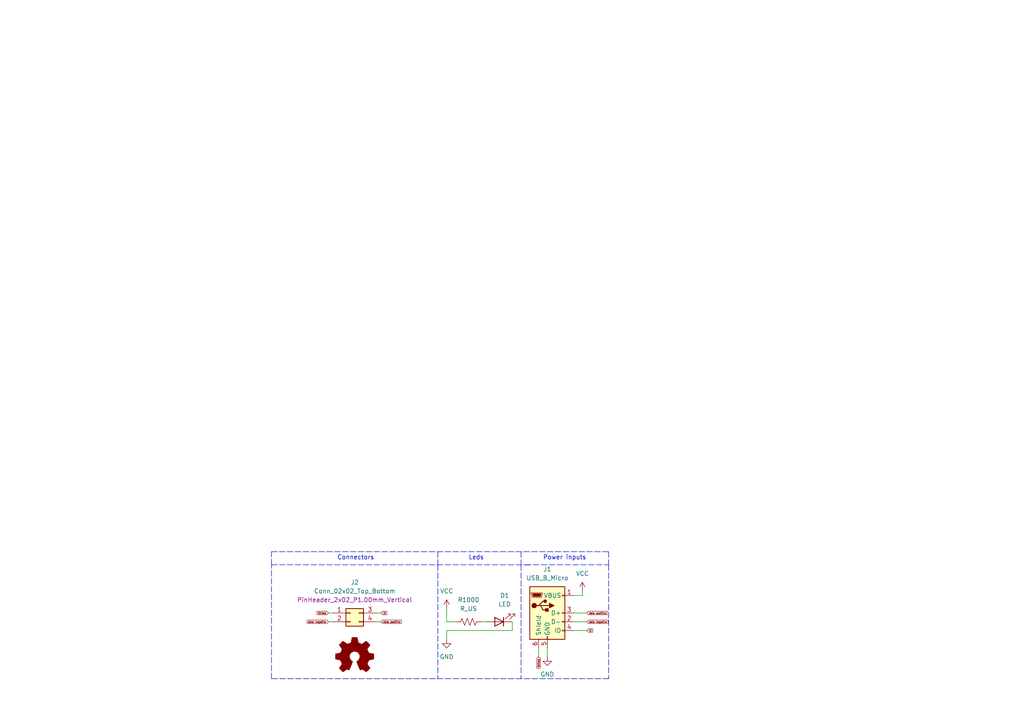
<source format=kicad_sch>
(kicad_sch (version 20211123) (generator eeschema)
  (paper "A4")
  (lib_symbols
    (symbol "Connector:USB_B_Micro" (pin_names (offset 1.016))
      (property "Reference" "J" (at -5.08 11.43 0))
      (property "Value" "USB_B_Micro" (at -5.08 8.89 0))
      (symbol "USB_B_Micro_0_1"
        (rectangle (start -5.08 -7.62) (end 5.08 7.62) (stroke (width 0.254)) (fill (type background)))
        (circle (center -3.81 2.159) (radius 0.635) (stroke (width 0.254)) (fill (type outline)))
        (circle (center -0.635 3.429) (radius 0.381) (stroke (width 0.254)) (fill (type outline)))
        (rectangle (start -0.127 -7.62) (end 0.127 -6.858))
        (polyline (pts (xy -1.905 2.159) (xy 0.635 2.159)) (stroke (width 0.254)))
        (polyline (pts (xy -3.175 2.159) (xy -2.54 2.159) (xy -1.27 3.429) (xy -0.635 3.429)) (stroke (width 0.254)))
        (polyline (pts (xy -2.54 2.159) (xy -1.905 2.159) (xy -1.27 0.889) (xy 0 0.889)) (stroke (width 0.254)))
        (polyline (pts (xy 0.635 2.794) (xy 0.635 1.524) (xy 1.905 2.159) (xy 0.635 2.794)) (stroke (width 0.254)) (fill (type outline)))
        (polyline (pts (xy -4.318 5.588) (xy -1.778 5.588) (xy -2.032 4.826) (xy -4.064 4.826) (xy -4.318 5.588)) (fill (type outline)))
        (polyline (pts (xy -4.699 5.842) (xy -4.699 5.588) (xy -4.445 4.826) (xy -4.445 4.572) (xy -1.651 4.572) (xy -1.651 4.826) (xy -1.397 5.588) (xy -1.397 5.842) (xy -4.699 5.842)))
        (rectangle (start 0.254 1.27) (end -0.508 0.508) (stroke (width 0.254)) (fill (type outline)))
        (rectangle (start 5.08 -5.207) (end 4.318 -4.953))
        (rectangle (start 5.08 -2.667) (end 4.318 -2.413))
        (rectangle (start 5.08 -0.127) (end 4.318 0.127))
        (rectangle (start 5.08 4.953) (end 4.318 5.207))
      )
      (symbol "USB_B_Micro_1_1"
        (pin power_out line (at 7.62 5.08 180) (length 2.54) (name "VBUS") (number "1"))
        (pin bidirectional line (at 7.62 -2.54 180) (length 2.54) (name "D-") (number "2"))
        (pin bidirectional line (at 7.62 0 180) (length 2.54) (name "D+") (number "3"))
        (pin passive line (at 7.62 -5.08 180) (length 2.54) (name "ID") (number "4"))
        (pin power_out line (at 0 -10.16 90) (length 2.54) (name "GND") (number "5"))
        (pin passive line (at -2.54 -10.16 90) (length 2.54) (name "Shield") (number "6"))
      )
    )
    (symbol "Connector_Generic:Conn_02x02_Top_Bottom" (pin_names (offset 1.016) hide)
      (property "Reference" "J" (at 1.27 2.54 0))
      (property "Value" "Conn_02x02_Top_Bottom" (at 1.27 -5.08 0))
      (symbol "Conn_02x02_Top_Bottom_1_1"
        (rectangle (start -1.27 -2.413) (end 0 -2.667) (stroke (width 0.1524)))
        (rectangle (start -1.27 0.127) (end 0 -0.127) (stroke (width 0.1524)))
        (rectangle (start -1.27 1.27) (end 3.81 -3.81) (stroke (width 0.254)) (fill (type background)))
        (rectangle (start 3.81 -2.413) (end 2.54 -2.667) (stroke (width 0.1524)))
        (rectangle (start 3.81 0.127) (end 2.54 -0.127) (stroke (width 0.1524)))
        (pin passive line (at -5.08 0 0) (length 3.81) (name "Pin_1") (number "1"))
        (pin passive line (at -5.08 -2.54 0) (length 3.81) (name "Pin_2") (number "2"))
        (pin passive line (at 7.62 0 180) (length 3.81) (name "Pin_3") (number "3"))
        (pin passive line (at 7.62 -2.54 180) (length 3.81) (name "Pin_4") (number "4"))
      )
    )
    (symbol "Device:LED" (pin_numbers hide) (pin_names (offset 1.016) hide)
      (property "Reference" "D" (at 0 2.54 0))
      (property "Value" "LED" (at 0 -2.54 0))
      (symbol "LED_0_1"
        (polyline (pts (xy -1.27 -1.27) (xy -1.27 1.27)) (stroke (width 0.254)))
        (polyline (pts (xy -1.27 0) (xy 1.27 0)))
        (polyline (pts (xy 1.27 -1.27) (xy 1.27 1.27) (xy -1.27 0) (xy 1.27 -1.27)) (stroke (width 0.254)))
        (polyline (pts (xy -3.048 -0.762) (xy -4.572 -2.286) (xy -3.81 -2.286) (xy -4.572 -2.286) (xy -4.572 -1.524)))
        (polyline (pts (xy -1.778 -0.762) (xy -3.302 -2.286) (xy -2.54 -2.286) (xy -3.302 -2.286) (xy -3.302 -1.524)))
      )
      (symbol "LED_1_1"
        (pin passive line (at -3.81 0 0) (length 2.54) (name "K") (number "1"))
        (pin passive line (at 3.81 0 180) (length 2.54) (name "A") (number "2"))
      )
    )
    (symbol "Device:R_US" (pin_numbers hide) (pin_names (offset 0))
      (property "Reference" "R" (at 2.54 0 90))
      (property "Value" "R_US" (at -2.54 0 90))
      (symbol "R_US_0_1"
        (polyline (pts (xy 0 -2.286) (xy 0 -2.54)))
        (polyline (pts (xy 0 2.286) (xy 0 2.54)))
        (polyline (pts (xy 0 -0.762) (xy 1.016 -1.143) (xy 0 -1.524) (xy -1.016 -1.905) (xy 0 -2.286)))
        (polyline (pts (xy 0 0.762) (xy 1.016 0.381) (xy 0 0) (xy -1.016 -0.381) (xy 0 -0.762)))
        (polyline (pts (xy 0 2.286) (xy 1.016 1.905) (xy 0 1.524) (xy -1.016 1.143) (xy 0 0.762)))
      )
      (symbol "R_US_1_1"
        (pin passive line (at 0 3.81 270) (length 1.27) (name "~") (number "1"))
        (pin passive line (at 0 -3.81 90) (length 1.27) (name "~") (number "2"))
      )
    )
    (symbol "Graphic:Logo_Open_Hardware_Small" (pin_names (offset 1.016))
      (symbol "Logo_Open_Hardware_Small_0_1"
        (polyline (pts (xy 3.3528 -4.3434) (xy 3.302 -4.318) (xy 3.175 -4.2418) (xy 2.9972 -4.1148) (xy 2.7686 -3.9624) (xy 2.54 -3.81) (xy 2.3622 -3.7084) (xy 2.2352 -3.6068) (xy 2.1844 -3.5814) (xy 2.159 -3.6068) (xy 2.0574 -3.6576) (xy 1.905 -3.7338) (xy 1.8034 -3.7846) (xy 1.6764 -3.8354) (xy 1.6002 -3.8354) (xy 1.6002 -3.8354) (xy 1.5494 -3.7338) (xy 1.4732 -3.5306) (xy 1.3462 -3.302) (xy 1.2446 -3.0226) (xy 1.1176 -2.7178) (xy 0.9652 -2.413) (xy 0.8636 -2.1082) (xy 0.7366 -1.8288) (xy 0.6604 -1.6256) (xy 0.6096 -1.4732) (xy 0.5842 -1.397) (xy 0.5842 -1.397) (xy 0.6604 -1.3208) (xy 0.7874 -1.2446) (xy 1.0414 -1.016) (xy 1.2954 -0.6858) (xy 1.4478 -0.3302) (xy 1.524 0.0762) (xy 1.4732 0.4572) (xy 1.3208 0.8128) (xy 1.0668 1.143) (xy 0.762 1.3716) (xy 0.4064 1.524) (xy 0 1.5748) (xy -0.381 1.5494) (xy -0.7366 1.397) (xy -1.0668 1.143) (xy -1.2192 0.9906) (xy -1.397 0.6604) (xy -1.524 0.3048) (xy -1.524 0.2286) (xy -1.4986 -0.1778) (xy -1.397 -0.5334) (xy -1.1938 -0.8636) (xy -0.9144 -1.143) (xy -0.8636 -1.1684) (xy -0.7366 -1.27) (xy -0.635 -1.3462) (xy -0.5842 -1.397) (xy -1.0668 -2.5908) (xy -1.143 -2.794) (xy -1.2954 -3.1242) (xy -1.397 -3.4036) (xy -1.4986 -3.6322) (xy -1.5748 -3.7846) (xy -1.6002 -3.8354) (xy -1.6002 -3.8354) (xy -1.651 -3.8354) (xy -1.7272 -3.81) (xy -1.905 -3.7338) (xy -2.0066 -3.683) (xy -2.1336 -3.6068) (xy -2.2098 -3.5814) (xy -2.2606 -3.6068) (xy -2.3622 -3.683) (xy -2.54 -3.81) (xy -2.7686 -3.9624) (xy -2.9718 -4.0894) (xy -3.1496 -4.2164) (xy -3.302 -4.318) (xy -3.3528 -4.3434) (xy -3.3782 -4.3434) (xy -3.429 -4.318) (xy -3.5306 -4.2164) (xy -3.7084 -4.064) (xy -3.937 -3.8354) (xy -3.9624 -3.81) (xy -4.1656 -3.6068) (xy -4.318 -3.4544) (xy -4.4196 -3.3274) (xy -4.445 -3.2766) (xy -4.445 -3.2766) (xy -4.4196 -3.2258) (xy -4.318 -3.0734) (xy -4.2164 -2.8956) (xy -4.064 -2.667) (xy -3.6576 -2.0828) (xy -3.8862 -1.5494) (xy -3.937 -1.3716) (xy -4.0386 -1.1684) (xy -4.0894 -1.0414) (xy -4.1148 -0.9652) (xy -4.191 -0.9398) (xy -4.318 -0.9144) (xy -4.5466 -0.8636) (xy -4.8006 -0.8128) (xy -5.0546 -0.7874) (xy -5.2578 -0.7366) (xy -5.4356 -0.7112) (xy -5.5118 -0.6858) (xy -5.5118 -0.6858) (xy -5.5372 -0.635) (xy -5.5372 -0.5588) (xy -5.5372 -0.4318) (xy -5.5626 -0.2286) (xy -5.5626 0.0762) (xy -5.5626 0.127) (xy -5.5372 0.4064) (xy -5.5372 0.635) (xy -5.5372 0.762) (xy -5.5372 0.8382) (xy -5.5372 0.8382) (xy -5.461 0.8382) (xy -5.3086 0.889) (xy -5.08 0.9144) (xy -4.826 0.9652) (xy -4.8006 0.9906) (xy -4.5466 1.0414) (xy -4.318 1.0668) (xy -4.1656 1.1176) (xy -4.0894 1.143) (xy -4.0894 1.143) (xy -4.0386 1.2446) (xy -3.9624 1.4224) (xy -3.8608 1.6256) (xy -3.7846 1.8288) (xy -3.7084 2.0066) (xy -3.6576 2.159) (xy -3.6322 2.2098) (xy -3.6322 2.2098) (xy -3.683 2.286) (xy -3.7592 2.413) (xy -3.8862 2.5908) (xy -4.064 2.8194) (xy -4.064 2.8448) (xy -4.2164 3.0734) (xy -4.3434 3.2512) (xy -4.4196 3.3782) (xy -4.445 3.4544) (xy -4.445 3.4544) (xy -4.3942 3.5052) (xy -4.2926 3.6322) (xy -4.1148 3.81) (xy -3.937 4.0132) (xy -3.8608 4.064) (xy -3.6576 4.2926) (xy -3.5052 4.4196) (xy -3.4036 4.4958) (xy -3.3528 4.5212) (xy -3.3528 4.5212) (xy -3.302 4.4704) (xy -3.1496 4.3688) (xy -2.9718 4.2418) (xy -2.7432 4.0894) (xy -2.7178 4.0894) (xy -2.4892 3.937) (xy -2.3114 3.81) (xy -2.1844 3.7084) (xy -2.1336 3.683) (xy -2.1082 3.683) (xy -2.032 3.7084) (xy -1.8542 3.7592) (xy -1.6764 3.8354) (xy -1.4732 3.937) (xy -1.27 4.0132) (xy -1.143 4.064) (xy -1.0668 4.1148) (xy -1.0668 4.1148) (xy -1.0414 4.191) (xy -1.016 4.3434) (xy -0.9652 4.572) (xy -0.9144 4.8514) (xy -0.889 4.9022) (xy -0.8382 5.1562) (xy -0.8128 5.3848) (xy -0.7874 5.5372) (xy -0.762 5.588) (xy -0.7112 5.6134) (xy -0.5842 5.6134) (xy -0.4064 5.6134) (xy -0.1524 5.6134) (xy 0.0762 5.6134) (xy 0.3302 5.6134) (xy 0.5334 5.6134) (xy 0.6858 5.588) (xy 0.7366 5.588) (xy 0.7366 5.588) (xy 0.762 5.5118) (xy 0.8128 5.334) (xy 0.8382 5.1054) (xy 0.9144 4.826) (xy 0.9144 4.7752) (xy 0.9652 4.5212) (xy 1.016 4.2926) (xy 1.0414 4.1402) (xy 1.0668 4.0894) (xy 1.0668 4.0894) (xy 1.1938 4.0386) (xy 1.3716 3.9624) (xy 1.5748 3.8608) (xy 2.0828 3.6576) (xy 2.7178 4.0894) (xy 2.7686 4.1402) (xy 2.9972 4.2926) (xy 3.175 4.4196) (xy 3.302 4.4958) (xy 3.3782 4.5212) (xy 3.3782 4.5212) (xy 3.429 4.4704) (xy 3.556 4.3434) (xy 3.7338 4.191) (xy 3.9116 3.9878) (xy 4.064 3.8354) (xy 4.2418 3.6576) (xy 4.3434 3.556) (xy 4.4196 3.4798) (xy 4.4196 3.429) (xy 4.4196 3.4036) (xy 4.3942 3.3274) (xy 4.2926 3.2004) (xy 4.1656 2.9972) (xy 4.0132 2.794) (xy 3.8862 2.5908) (xy 3.7592 2.3876) (xy 3.6576 2.2352) (xy 3.6322 2.159) (xy 3.6322 2.1336) (xy 3.683 2.0066) (xy 3.7592 1.8288) (xy 3.8608 1.6002) (xy 4.064 1.1176) (xy 4.3942 1.0414) (xy 4.5974 1.016) (xy 4.8768 0.9652) (xy 5.1308 0.9144) (xy 5.5372 0.8382) (xy 5.5626 -0.6604) (xy 5.4864 -0.6858) (xy 5.4356 -0.6858) (xy 5.2832 -0.7366) (xy 5.0546 -0.762) (xy 4.8006 -0.8128) (xy 4.5974 -0.8636) (xy 4.3688 -0.9144) (xy 4.2164 -0.9398) (xy 4.1402 -0.9398) (xy 4.1148 -0.9652) (xy 4.064 -1.0668) (xy 3.9878 -1.2446) (xy 3.9116 -1.4478) (xy 3.81 -1.651) (xy 3.7338 -1.8542) (xy 3.683 -2.0066) (xy 3.6576 -2.0828) (xy 3.683 -2.1336) (xy 3.7846 -2.2606) (xy 3.8862 -2.4638) (xy 4.0386 -2.667) (xy 4.191 -2.8956) (xy 4.318 -3.0734) (xy 4.3942 -3.2004) (xy 4.445 -3.2766) (xy 4.4196 -3.3274) (xy 4.3434 -3.429) (xy 4.1656 -3.5814) (xy 3.937 -3.8354) (xy 3.8862 -3.8608) (xy 3.683 -4.064) (xy 3.5306 -4.2164) (xy 3.4036 -4.318) (xy 3.3528 -4.3434)) (fill (type outline)))
      )
    )
    (symbol "power:GND" (power) (pin_names (offset 0))
      (property "Value" "GND" (at 0 -3.81 0))
      (symbol "GND_0_1"
        (polyline (pts (xy 0 0) (xy 0 -1.27) (xy 1.27 -1.27) (xy 0 -2.54) (xy -1.27 -1.27) (xy 0 -1.27)))
      )
      (symbol "GND_1_1"
        (pin power_in line (at 0 0 270) (length 0) hide (name "GND") (number "1"))
      )
    )
    (symbol "power:VCC" (power) (pin_names (offset 0))
      (property "Value" "VCC" (at 0 3.81 0))
      (symbol "VCC_0_1"
        (polyline (pts (xy -0.762 1.27) (xy 0 2.54)))
        (polyline (pts (xy 0 0) (xy 0 2.54)))
        (polyline (pts (xy 0 2.54) (xy 0.762 1.27)))
      )
      (symbol "VCC_1_1"
        (pin power_in line (at 0 0 90) (length 0) hide (name "VCC") (number "1"))
      )
    )
  )
  (wire (pts (xy 156.21 187.96) (xy 156.21 190.5)))
  (wire (pts (xy 110.49 177.8) (xy 109.22 177.8)))
  (polyline (pts (xy 78.74 196.85) (xy 78.74 163.83)))
  (polyline (pts (xy 78.74 163.83) (xy 153.67 163.83)))
  (polyline (pts (xy 127 160.02) (xy 127 163.83)))
  (wire (pts (xy 166.37 182.88) (xy 170.18 182.88)))
  (wire (pts (xy 148.59 180.34) (xy 148.59 182.88)))
  (polyline (pts (xy 151.13 160.02) (xy 151.13 163.83)))
  (wire (pts (xy 166.37 180.34) (xy 170.18 180.34)))
  (wire (pts (xy 166.37 172.72) (xy 168.91 172.72)))
  (polyline (pts (xy 78.74 160.02) (xy 176.53 160.02)))
  (polyline (pts (xy 152.4 163.83) (xy 176.53 163.83)))
  (wire (pts (xy 158.75 187.96) (xy 158.75 190.5)))
  (wire (pts (xy 109.22 180.34) (xy 110.49 180.34)))
  (wire (pts (xy 140.97 180.34) (xy 139.7 180.34)))
  (polyline (pts (xy 78.74 163.83) (xy 78.74 160.02)))
  (wire (pts (xy 129.54 180.34) (xy 132.08 180.34)))
  (polyline (pts (xy 127 163.83) (xy 127 196.85)))
  (wire (pts (xy 95.25 180.34) (xy 96.52 180.34)))
  (wire (pts (xy 166.37 177.8) (xy 170.18 177.8)))
  (polyline (pts (xy 176.53 196.85) (xy 78.74 196.85)))
  (wire (pts (xy 129.54 176.53) (xy 129.54 180.34)))
  (wire (pts (xy 96.52 177.8) (xy 95.25 177.8)))
  (wire (pts (xy 168.91 171.45) (xy 168.91 172.72)))
  (polyline (pts (xy 151.13 163.83) (xy 151.13 196.85)))
  (polyline (pts (xy 176.53 160.02) (xy 176.53 163.83)))
  (wire (pts (xy 129.54 182.88) (xy 129.54 185.42)))
  (polyline (pts (xy 176.53 163.83) (xy 176.53 196.85)))
  (wire (pts (xy 148.59 182.88) (xy 129.54 182.88)))
  (text "Connectors\n" (at 97.79 162.56 0) (effects (font (size 1.27 1.27)) (justify left bottom)))
  (text "Power inputs\n" (at 157.48 162.56 0) (effects (font (size 1.27 1.27)) (justify left bottom)))
  (text "Leds\n" (at 135.89 162.56 0) (effects (font (size 1.27 1.27)) (justify left bottom)))
  (global_label "ID" (shape input) (at 170.18 182.88 0) (effects (font (size 0.508 0.508))) (property "Sayfalar Arası Referanslar" "${INTERSHEET_REFS}" (effects hide)))
  (global_label "data positive" (shape input) (at 170.18 177.8 0) (effects (font (size 0.508 0.508))) (property "Sayfalar Arası Referanslar" "${INTERSHEET_REFS}" (effects hide)))
  (global_label "data positive" (shape input) (at 110.49 180.34 0) (effects (font (size 0.508 0.508))) (property "Sayfalar Arası Referanslar" "${INTERSHEET_REFS}" (effects hide)))
  (global_label "Shiled" (shape input) (at 156.21 190.5 270) (effects (font (size 0.508 0.508))) (property "Sayfalar Arası Referanslar" "${INTERSHEET_REFS}" (effects hide)))
  (global_label "Shiled" (shape input) (at 95.25 177.8 180) (effects (font (size 0.508 0.508))) (property "Sayfalar Arası Referanslar" "${INTERSHEET_REFS}" (effects hide)))
  (global_label "data negative" (shape input) (at 170.18 180.34 0) (effects (font (size 0.508 0.508))) (property "Sayfalar Arası Referanslar" "${INTERSHEET_REFS}" (effects hide)))
  (global_label "data negative" (shape input) (at 95.25 180.34 180) (effects (font (size 0.508 0.508))) (property "Sayfalar Arası Referanslar" "${INTERSHEET_REFS}" (effects hide)))
  (global_label "ID" (shape input) (at 110.49 177.8 0) (effects (font (size 0.508 0.508))) (property "Sayfalar Arası Referanslar" "${INTERSHEET_REFS}" (effects hide)))
  (symbol (lib_id "power:VCC") (at 129.54 176.53 0) (unit 1)
    (property "Reference" "#PWR0101" (effects hide))
    (property "Value" "VCC" (at 129.54 171.45 0))
  )
  (symbol (lib_id "Device:R_US") (at 135.89 180.34 90) (unit 1)
    (property "Reference" "R1000" (at 135.89 173.99 90))
    (property "Value" "R_US" (at 135.89 176.53 90))
    (property "Footprint" "Resistor_THT:R_Axial_DIN0204_L3.6mm_D1.6mm_P5.08mm_Horizontal" (effects hide))
  )
  (symbol (lib_id "power:VCC") (at 168.91 171.45 0) (unit 1)
    (property "Reference" "#PWR0103" (effects hide))
    (property "Value" "VCC" (at 168.91 166.37 0))
  )
  (symbol (lib_id "Connector_Generic:Conn_02x02_Top_Bottom") (at 101.6 177.8 0) (unit 1)
    (property "Reference" "J2" (at 102.87 168.91 0))
    (property "Value" "Conn_02x02_Top_Bottom" (at 102.87 171.45 0))
    (property "Footprint" "PinHeader_2x02_P1.00mm_Vertical" (at 102.87 173.99 0))
  )
  (symbol (lib_id "power:GND") (at 129.54 185.42 0) (unit 1)
    (property "Reference" "#PWR0102" (effects hide))
    (property "Value" "GND" (at 129.54 190.5 0))
  )
  (symbol (lib_id "power:GND") (at 158.75 190.5 0) (unit 1)
    (property "Reference" "#PWR0104" (effects hide))
    (property "Value" "GND" (at 158.75 195.58 0))
  )
  (symbol (lib_id "Graphic:Logo_Open_Hardware_Small") (at 102.87 190.5 0) (unit 1)
    (property "Reference" "#LOGO1" (effects hide))
    (property "Value" "Logo_Open_Hardware_Small" (effects hide))
  )
  (symbol (lib_id "Device:LED") (at 144.78 180.34 180) (unit 1)
    (property "Reference" "D1" (at 146.3675 172.72 0))
    (property "Value" "LED" (at 146.3675 175.26 0))
    (property "Footprint" "LED_THT:LED_D5.0mm" (effects hide))
  )
  (symbol (lib_id "Connector:USB_B_Micro") (at 158.75 177.8 0) (unit 1)
    (property "Reference" "J1" (at 158.75 165.1 0))
    (property "Value" "USB_B_Micro" (at 158.75 167.64 0))
    (property "Footprint" "Connector_USB:USB_Micro-AB_Molex_47590-0001" (effects hide))
  )
)
</source>
